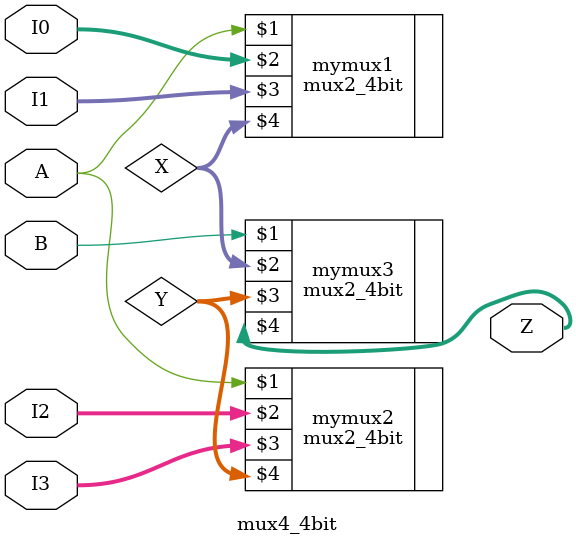
<source format=v>
module mux4_4bit(A,B,I0,I1,I2,I3,Z);
  input A,B;
  input [3:0] I0,I1,I2,I3;
  output [3:0] Z;
  wire [3:0] X,Y;
  
  mux2_4bit mymux1(A,I0,I1,X);
  mux2_4bit mymux2(A,I2,I3,Y);
  
  mux2_4bit mymux3(B,X,Y,Z);
endmodule  
</source>
